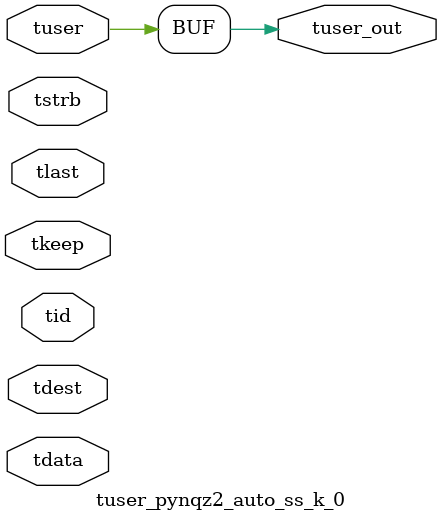
<source format=v>


`timescale 1ps/1ps

module tuser_pynqz2_auto_ss_k_0 #
(
parameter C_S_AXIS_TUSER_WIDTH = 1,
parameter C_S_AXIS_TDATA_WIDTH = 32,
parameter C_S_AXIS_TID_WIDTH   = 0,
parameter C_S_AXIS_TDEST_WIDTH = 0,
parameter C_M_AXIS_TUSER_WIDTH = 1
)
(
input  [(C_S_AXIS_TUSER_WIDTH == 0 ? 1 : C_S_AXIS_TUSER_WIDTH)-1:0     ] tuser,
input  [(C_S_AXIS_TDATA_WIDTH == 0 ? 1 : C_S_AXIS_TDATA_WIDTH)-1:0     ] tdata,
input  [(C_S_AXIS_TID_WIDTH   == 0 ? 1 : C_S_AXIS_TID_WIDTH)-1:0       ] tid,
input  [(C_S_AXIS_TDEST_WIDTH == 0 ? 1 : C_S_AXIS_TDEST_WIDTH)-1:0     ] tdest,
input  [(C_S_AXIS_TDATA_WIDTH/8)-1:0 ] tkeep,
input  [(C_S_AXIS_TDATA_WIDTH/8)-1:0 ] tstrb,
input                                                                    tlast,
output [C_M_AXIS_TUSER_WIDTH-1:0] tuser_out
);

assign tuser_out = {tuser[31:0]};

endmodule


</source>
